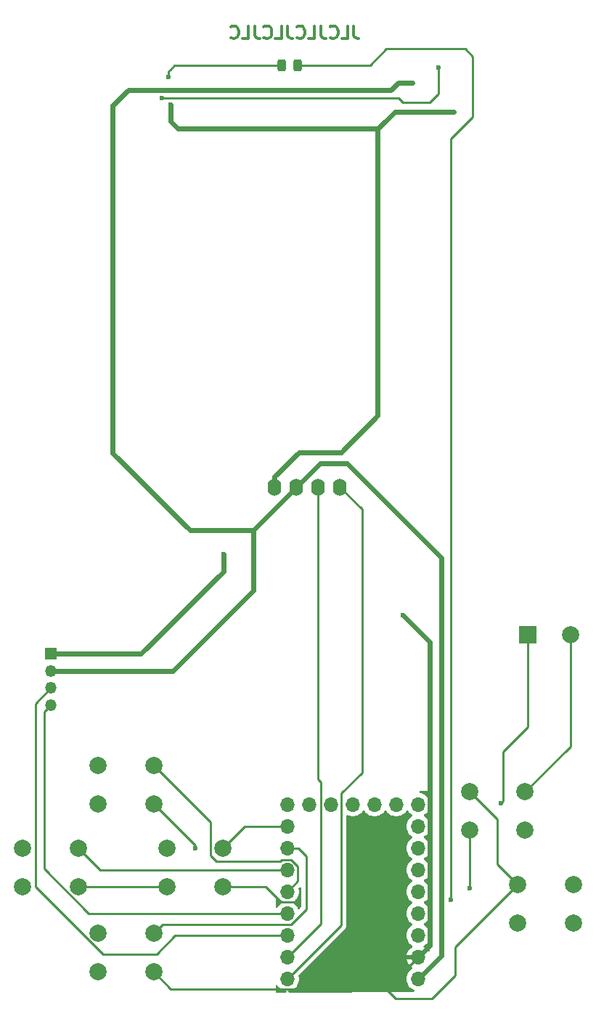
<source format=gbr>
G04 #@! TF.GenerationSoftware,KiCad,Pcbnew,8.0.5-8.0.5-0~ubuntu24.04.1*
G04 #@! TF.CreationDate,2024-09-29T10:35:15+09:00*
G04 #@! TF.ProjectId,gopher_bird_rp2040_sw,676f7068-6572-45f6-9269-72645f727032,rev?*
G04 #@! TF.SameCoordinates,Original*
G04 #@! TF.FileFunction,Copper,L2,Bot*
G04 #@! TF.FilePolarity,Positive*
%FSLAX46Y46*%
G04 Gerber Fmt 4.6, Leading zero omitted, Abs format (unit mm)*
G04 Created by KiCad (PCBNEW 8.0.5-8.0.5-0~ubuntu24.04.1) date 2024-09-29 10:35:15*
%MOMM*%
%LPD*%
G01*
G04 APERTURE LIST*
G04 Aperture macros list*
%AMRoundRect*
0 Rectangle with rounded corners*
0 $1 Rounding radius*
0 $2 $3 $4 $5 $6 $7 $8 $9 X,Y pos of 4 corners*
0 Add a 4 corners polygon primitive as box body*
4,1,4,$2,$3,$4,$5,$6,$7,$8,$9,$2,$3,0*
0 Add four circle primitives for the rounded corners*
1,1,$1+$1,$2,$3*
1,1,$1+$1,$4,$5*
1,1,$1+$1,$6,$7*
1,1,$1+$1,$8,$9*
0 Add four rect primitives between the rounded corners*
20,1,$1+$1,$2,$3,$4,$5,0*
20,1,$1+$1,$4,$5,$6,$7,0*
20,1,$1+$1,$6,$7,$8,$9,0*
20,1,$1+$1,$8,$9,$2,$3,0*%
G04 Aperture macros list end*
%ADD10C,0.300000*%
G04 #@! TA.AperFunction,NonConductor*
%ADD11C,0.300000*%
G04 #@! TD*
G04 #@! TA.AperFunction,ComponentPad*
%ADD12O,1.700000X1.700000*%
G04 #@! TD*
G04 #@! TA.AperFunction,ComponentPad*
%ADD13O,1.600000X2.000000*%
G04 #@! TD*
G04 #@! TA.AperFunction,ComponentPad*
%ADD14C,2.000000*%
G04 #@! TD*
G04 #@! TA.AperFunction,ComponentPad*
%ADD15R,1.350000X1.350000*%
G04 #@! TD*
G04 #@! TA.AperFunction,ComponentPad*
%ADD16O,1.350000X1.350000*%
G04 #@! TD*
G04 #@! TA.AperFunction,ComponentPad*
%ADD17R,2.000000X2.000000*%
G04 #@! TD*
G04 #@! TA.AperFunction,SMDPad,CuDef*
%ADD18RoundRect,0.243750X0.243750X0.456250X-0.243750X0.456250X-0.243750X-0.456250X0.243750X-0.456250X0*%
G04 #@! TD*
G04 #@! TA.AperFunction,ViaPad*
%ADD19C,0.600000*%
G04 #@! TD*
G04 #@! TA.AperFunction,Conductor*
%ADD20C,0.250000*%
G04 #@! TD*
G04 #@! TA.AperFunction,Conductor*
%ADD21C,0.600000*%
G04 #@! TD*
G04 APERTURE END LIST*
D10*
D11*
X118416917Y-64800828D02*
X118416917Y-65872257D01*
X118416917Y-65872257D02*
X118488346Y-66086542D01*
X118488346Y-66086542D02*
X118631203Y-66229400D01*
X118631203Y-66229400D02*
X118845489Y-66300828D01*
X118845489Y-66300828D02*
X118988346Y-66300828D01*
X116988346Y-66300828D02*
X117702632Y-66300828D01*
X117702632Y-66300828D02*
X117702632Y-64800828D01*
X115631203Y-66157971D02*
X115702631Y-66229400D01*
X115702631Y-66229400D02*
X115916917Y-66300828D01*
X115916917Y-66300828D02*
X116059774Y-66300828D01*
X116059774Y-66300828D02*
X116274060Y-66229400D01*
X116274060Y-66229400D02*
X116416917Y-66086542D01*
X116416917Y-66086542D02*
X116488346Y-65943685D01*
X116488346Y-65943685D02*
X116559774Y-65657971D01*
X116559774Y-65657971D02*
X116559774Y-65443685D01*
X116559774Y-65443685D02*
X116488346Y-65157971D01*
X116488346Y-65157971D02*
X116416917Y-65015114D01*
X116416917Y-65015114D02*
X116274060Y-64872257D01*
X116274060Y-64872257D02*
X116059774Y-64800828D01*
X116059774Y-64800828D02*
X115916917Y-64800828D01*
X115916917Y-64800828D02*
X115702631Y-64872257D01*
X115702631Y-64872257D02*
X115631203Y-64943685D01*
X114559774Y-64800828D02*
X114559774Y-65872257D01*
X114559774Y-65872257D02*
X114631203Y-66086542D01*
X114631203Y-66086542D02*
X114774060Y-66229400D01*
X114774060Y-66229400D02*
X114988346Y-66300828D01*
X114988346Y-66300828D02*
X115131203Y-66300828D01*
X113131203Y-66300828D02*
X113845489Y-66300828D01*
X113845489Y-66300828D02*
X113845489Y-64800828D01*
X111774060Y-66157971D02*
X111845488Y-66229400D01*
X111845488Y-66229400D02*
X112059774Y-66300828D01*
X112059774Y-66300828D02*
X112202631Y-66300828D01*
X112202631Y-66300828D02*
X112416917Y-66229400D01*
X112416917Y-66229400D02*
X112559774Y-66086542D01*
X112559774Y-66086542D02*
X112631203Y-65943685D01*
X112631203Y-65943685D02*
X112702631Y-65657971D01*
X112702631Y-65657971D02*
X112702631Y-65443685D01*
X112702631Y-65443685D02*
X112631203Y-65157971D01*
X112631203Y-65157971D02*
X112559774Y-65015114D01*
X112559774Y-65015114D02*
X112416917Y-64872257D01*
X112416917Y-64872257D02*
X112202631Y-64800828D01*
X112202631Y-64800828D02*
X112059774Y-64800828D01*
X112059774Y-64800828D02*
X111845488Y-64872257D01*
X111845488Y-64872257D02*
X111774060Y-64943685D01*
X110702631Y-64800828D02*
X110702631Y-65872257D01*
X110702631Y-65872257D02*
X110774060Y-66086542D01*
X110774060Y-66086542D02*
X110916917Y-66229400D01*
X110916917Y-66229400D02*
X111131203Y-66300828D01*
X111131203Y-66300828D02*
X111274060Y-66300828D01*
X109274060Y-66300828D02*
X109988346Y-66300828D01*
X109988346Y-66300828D02*
X109988346Y-64800828D01*
X107916917Y-66157971D02*
X107988345Y-66229400D01*
X107988345Y-66229400D02*
X108202631Y-66300828D01*
X108202631Y-66300828D02*
X108345488Y-66300828D01*
X108345488Y-66300828D02*
X108559774Y-66229400D01*
X108559774Y-66229400D02*
X108702631Y-66086542D01*
X108702631Y-66086542D02*
X108774060Y-65943685D01*
X108774060Y-65943685D02*
X108845488Y-65657971D01*
X108845488Y-65657971D02*
X108845488Y-65443685D01*
X108845488Y-65443685D02*
X108774060Y-65157971D01*
X108774060Y-65157971D02*
X108702631Y-65015114D01*
X108702631Y-65015114D02*
X108559774Y-64872257D01*
X108559774Y-64872257D02*
X108345488Y-64800828D01*
X108345488Y-64800828D02*
X108202631Y-64800828D01*
X108202631Y-64800828D02*
X107988345Y-64872257D01*
X107988345Y-64872257D02*
X107916917Y-64943685D01*
X106845488Y-64800828D02*
X106845488Y-65872257D01*
X106845488Y-65872257D02*
X106916917Y-66086542D01*
X106916917Y-66086542D02*
X107059774Y-66229400D01*
X107059774Y-66229400D02*
X107274060Y-66300828D01*
X107274060Y-66300828D02*
X107416917Y-66300828D01*
X105416917Y-66300828D02*
X106131203Y-66300828D01*
X106131203Y-66300828D02*
X106131203Y-64800828D01*
X104059774Y-66157971D02*
X104131202Y-66229400D01*
X104131202Y-66229400D02*
X104345488Y-66300828D01*
X104345488Y-66300828D02*
X104488345Y-66300828D01*
X104488345Y-66300828D02*
X104702631Y-66229400D01*
X104702631Y-66229400D02*
X104845488Y-66086542D01*
X104845488Y-66086542D02*
X104916917Y-65943685D01*
X104916917Y-65943685D02*
X104988345Y-65657971D01*
X104988345Y-65657971D02*
X104988345Y-65443685D01*
X104988345Y-65443685D02*
X104916917Y-65157971D01*
X104916917Y-65157971D02*
X104845488Y-65015114D01*
X104845488Y-65015114D02*
X104702631Y-64872257D01*
X104702631Y-64872257D02*
X104488345Y-64800828D01*
X104488345Y-64800828D02*
X104345488Y-64800828D01*
X104345488Y-64800828D02*
X104131202Y-64872257D01*
X104131202Y-64872257D02*
X104059774Y-64943685D01*
D12*
X110660000Y-175900000D03*
X110660000Y-173360000D03*
X110660000Y-170820000D03*
X110660000Y-168280000D03*
X110660000Y-165740000D03*
X110660000Y-163200000D03*
X110660000Y-160660000D03*
X110660000Y-158120000D03*
X110660000Y-155580000D03*
X113200000Y-155580000D03*
X115740000Y-155580000D03*
X118280000Y-155580000D03*
X120820000Y-155580000D03*
X123360000Y-155580000D03*
X125900000Y-155580000D03*
X125900000Y-158120000D03*
X125900000Y-160660000D03*
X125900000Y-163200000D03*
X125900000Y-165740000D03*
X125900000Y-168280000D03*
X125900000Y-170820000D03*
X125900000Y-173360000D03*
X125900000Y-175900000D03*
D13*
X109180000Y-118600000D03*
X111720000Y-118600000D03*
X114260000Y-118600000D03*
X116800000Y-118600000D03*
D14*
X131900000Y-154100000D03*
X138400000Y-154100000D03*
X131900000Y-158600000D03*
X138400000Y-158600000D03*
X79800000Y-160700000D03*
X86300000Y-160700000D03*
X79800000Y-165200000D03*
X86300000Y-165200000D03*
X88600000Y-170600000D03*
X95100000Y-170600000D03*
X88600000Y-175100000D03*
X95100000Y-175100000D03*
D15*
X83100000Y-138000000D03*
D16*
X83100000Y-140000000D03*
X83100000Y-142000000D03*
X83100000Y-144000000D03*
D14*
X88600000Y-151000000D03*
X95100000Y-151000000D03*
X88600000Y-155500000D03*
X95100000Y-155500000D03*
X96600000Y-160700000D03*
X103100000Y-160700000D03*
X96600000Y-165200000D03*
X103100000Y-165200000D03*
X137500000Y-164900000D03*
X144000000Y-164900000D03*
X137500000Y-169400000D03*
X144000000Y-169400000D03*
D17*
X138700000Y-135800000D03*
D14*
X143700000Y-135800000D03*
D18*
X111900000Y-69400000D03*
X110025000Y-69400000D03*
D19*
X103200000Y-126400000D03*
X111900000Y-166900000D03*
X124100000Y-133500000D03*
X130100000Y-74800000D03*
X97000000Y-74000000D03*
X99900000Y-160700000D03*
X125200000Y-71400000D03*
X93700000Y-72300000D03*
X96800000Y-70800000D03*
X128300000Y-69700000D03*
X96000000Y-73200000D03*
X135600000Y-155400000D03*
X129700000Y-166700000D03*
X131900000Y-165300000D03*
D20*
X135100000Y-162500000D02*
X137500000Y-164900000D01*
D21*
X97900000Y-76800000D02*
X97000000Y-75900000D01*
X121200000Y-76800000D02*
X97900000Y-76800000D01*
D20*
X138400000Y-154100000D02*
X143700000Y-148800000D01*
X137500000Y-164900000D02*
X130200000Y-172200000D01*
X130200000Y-172200000D02*
X130200000Y-175500000D01*
X110015000Y-166915000D02*
X111885000Y-166915000D01*
X108100000Y-165200000D02*
X109800000Y-166900000D01*
X110000000Y-166900000D02*
X110015000Y-166915000D01*
D21*
X123200000Y-74800000D02*
X130100000Y-74800000D01*
X116900000Y-114500000D02*
X112000000Y-114500000D01*
D20*
X135100000Y-157300000D02*
X135100000Y-162500000D01*
X86300000Y-165200000D02*
X94700000Y-165200000D01*
X122185000Y-177075000D02*
X125900000Y-173360000D01*
D21*
X97000000Y-75900000D02*
X97000000Y-74000000D01*
X112000000Y-114500000D02*
X109180000Y-117320000D01*
D20*
X130200000Y-175500000D02*
X127500000Y-178200000D01*
X103100000Y-165200000D02*
X108100000Y-165200000D01*
X111885000Y-166915000D02*
X111900000Y-166900000D01*
X127500000Y-178200000D02*
X123310000Y-178200000D01*
X94700000Y-165200000D02*
X96600000Y-165200000D01*
D21*
X109180000Y-117320000D02*
X109180000Y-118600000D01*
D20*
X97075000Y-177075000D02*
X122185000Y-177075000D01*
X95100000Y-155500000D02*
X99900000Y-160300000D01*
D21*
X127250000Y-136650000D02*
X127250000Y-172010000D01*
X103200000Y-126400000D02*
X103200000Y-128400000D01*
X103200000Y-128400000D02*
X93600000Y-138000000D01*
D20*
X109800000Y-166900000D02*
X110000000Y-166900000D01*
X95100000Y-175100000D02*
X97075000Y-177075000D01*
X123310000Y-178200000D02*
X122185000Y-177075000D01*
D21*
X122100000Y-75900000D02*
X123200000Y-74800000D01*
X121200000Y-81000000D02*
X121200000Y-76800000D01*
X121200000Y-76800000D02*
X122100000Y-75900000D01*
D20*
X131900000Y-154100000D02*
X135100000Y-157300000D01*
D21*
X127250000Y-172010000D02*
X125900000Y-173360000D01*
D20*
X143700000Y-148800000D02*
X143700000Y-135800000D01*
D21*
X121200000Y-110200000D02*
X116900000Y-114500000D01*
X121200000Y-81000000D02*
X121200000Y-110200000D01*
X124100000Y-133500000D02*
X127250000Y-136650000D01*
D20*
X99900000Y-160300000D02*
X99900000Y-160700000D01*
D21*
X93600000Y-138000000D02*
X83100000Y-138000000D01*
X90300000Y-74100000D02*
X92100000Y-72300000D01*
X111720000Y-118820000D02*
X111720000Y-118600000D01*
X128600000Y-173200000D02*
X125900000Y-175900000D01*
X90300000Y-114600000D02*
X99320000Y-123620000D01*
X92100000Y-72300000D02*
X93700000Y-72300000D01*
X122700000Y-72300000D02*
X123600000Y-71400000D01*
X90300000Y-81200000D02*
X90300000Y-74100000D01*
X93700000Y-72300000D02*
X122700000Y-72300000D01*
X106700000Y-123620000D02*
X111720000Y-118600000D01*
X106700000Y-130600000D02*
X97300000Y-140000000D01*
X90300000Y-114600000D02*
X90300000Y-81200000D01*
X111720000Y-118600000D02*
X114520000Y-115800000D01*
X123600000Y-71400000D02*
X125200000Y-71400000D01*
X97300000Y-140000000D02*
X83100000Y-140000000D01*
X117600000Y-115800000D02*
X128600000Y-126800000D01*
X99320000Y-123620000D02*
X106700000Y-123620000D01*
X106700000Y-123620000D02*
X106700000Y-130600000D01*
X128600000Y-126800000D02*
X128600000Y-173200000D01*
X114520000Y-115800000D02*
X117600000Y-115800000D01*
D20*
X97500000Y-69400000D02*
X97000000Y-69900000D01*
X97000000Y-69900000D02*
X96800000Y-70100000D01*
X97700000Y-69400000D02*
X97500000Y-69400000D01*
X110025000Y-69400000D02*
X97700000Y-69400000D01*
X96800000Y-70100000D02*
X96800000Y-70800000D01*
X128300000Y-72700000D02*
X128300000Y-69700000D01*
X96000000Y-73200000D02*
X123600000Y-73200000D01*
X123600000Y-73200000D02*
X124100000Y-73700000D01*
X127300000Y-73700000D02*
X127500000Y-73500000D01*
X124100000Y-73700000D02*
X127300000Y-73700000D01*
X127500000Y-73500000D02*
X128300000Y-72700000D01*
X116915000Y-169645000D02*
X110660000Y-175900000D01*
X116915000Y-154285001D02*
X116915000Y-169645000D01*
X119368346Y-121168346D02*
X119368346Y-151831655D01*
X119368346Y-151831655D02*
X116915000Y-154285001D01*
X116800000Y-118600000D02*
X119368346Y-121168346D01*
X114565000Y-153035000D02*
X114565000Y-169455000D01*
X114260000Y-149600000D02*
X114260000Y-149640000D01*
X114260000Y-152660000D02*
X114600000Y-153000000D01*
X110660000Y-173360000D02*
X114565000Y-169455000D01*
X114260000Y-118600000D02*
X114260000Y-149500000D01*
X114600000Y-153000000D02*
X114565000Y-153035000D01*
X114260000Y-149500000D02*
X114260000Y-149600000D01*
X114260000Y-149500000D02*
X114260000Y-152660000D01*
X81300000Y-165173833D02*
X89126167Y-173000000D01*
X95400000Y-173000000D02*
X97580000Y-170820000D01*
X81300000Y-143800000D02*
X81300000Y-165173833D01*
X83100000Y-142000000D02*
X81300000Y-143800000D01*
X89126167Y-173000000D02*
X95400000Y-173000000D01*
X97580000Y-170820000D02*
X110660000Y-170820000D01*
X82300000Y-163073833D02*
X82300000Y-144800000D01*
X87506167Y-168280000D02*
X110660000Y-168280000D01*
X82300000Y-144800000D02*
X83100000Y-144000000D01*
X82300000Y-163073833D02*
X87506167Y-168280000D01*
X135600000Y-155400000D02*
X135800000Y-155200000D01*
X135800000Y-155200000D02*
X135800000Y-149400000D01*
X138700000Y-146500000D02*
X138700000Y-135800000D01*
X135800000Y-149400000D02*
X138700000Y-146500000D01*
X132300000Y-75400000D02*
X132300000Y-68400000D01*
X122200000Y-67500000D02*
X120300000Y-69400000D01*
X132300000Y-68400000D02*
X131400000Y-67500000D01*
X120300000Y-69400000D02*
X111900000Y-69400000D01*
X129700000Y-78000000D02*
X132300000Y-75400000D01*
X131400000Y-67500000D02*
X122200000Y-67500000D01*
X129700000Y-166700000D02*
X129700000Y-78000000D01*
X111121701Y-162000000D02*
X111900000Y-162778299D01*
X101700000Y-161500000D02*
X102400000Y-162200000D01*
X102400000Y-162200000D02*
X109808299Y-162200000D01*
X110008299Y-162000000D02*
X111121701Y-162000000D01*
X95100000Y-151000000D02*
X101700000Y-157600000D01*
X111900000Y-164500000D02*
X110660000Y-165740000D01*
X109808299Y-162200000D02*
X110008299Y-162000000D01*
X101700000Y-157600000D02*
X101700000Y-161500000D01*
X111900000Y-162778299D02*
X111900000Y-164500000D01*
X88800000Y-163200000D02*
X86300000Y-160700000D01*
X110660000Y-163200000D02*
X88800000Y-163200000D01*
X111100000Y-169600000D02*
X112900000Y-167800000D01*
X96100000Y-169600000D02*
X111100000Y-169600000D01*
X112900000Y-161600000D02*
X111960000Y-160660000D01*
X95100000Y-170600000D02*
X96100000Y-169600000D01*
X111960000Y-160660000D02*
X110660000Y-160660000D01*
X112900000Y-167800000D02*
X112900000Y-161600000D01*
X110660000Y-158120000D02*
X105680000Y-158120000D01*
X105680000Y-158120000D02*
X103100000Y-160700000D01*
X131900000Y-165300000D02*
X131900000Y-158600000D01*
G04 #@! TA.AperFunction,Conductor*
G36*
X109505203Y-176624943D02*
G01*
X109527804Y-176650829D01*
X109584278Y-176737268D01*
X109584283Y-176737273D01*
X109584284Y-176737276D01*
X109736756Y-176902902D01*
X109736760Y-176902906D01*
X109914424Y-177041189D01*
X109914425Y-177041189D01*
X109914427Y-177041191D01*
X110041135Y-177109761D01*
X110112426Y-177148342D01*
X110218895Y-177184893D01*
X110325361Y-177221443D01*
X110325363Y-177221443D01*
X110325365Y-177221444D01*
X110466188Y-177244943D01*
X110479995Y-177247247D01*
X110542880Y-177277698D01*
X110579319Y-177337312D01*
X110577744Y-177407164D01*
X110538654Y-177465076D01*
X110474461Y-177492661D01*
X110460274Y-177493554D01*
X109424689Y-177499307D01*
X109357541Y-177479995D01*
X109311494Y-177427446D01*
X109300000Y-177375309D01*
X109300000Y-176718656D01*
X109319685Y-176651617D01*
X109372489Y-176605862D01*
X109441647Y-176595918D01*
X109505203Y-176624943D01*
G37*
G04 #@! TD.AperFunction*
G04 #@! TA.AperFunction,Conductor*
G36*
X124711905Y-156253515D02*
G01*
X124733804Y-156278787D01*
X124824278Y-156417268D01*
X124824283Y-156417273D01*
X124824284Y-156417276D01*
X124976756Y-156582902D01*
X124976760Y-156582906D01*
X125154424Y-156721189D01*
X125154429Y-156721191D01*
X125154431Y-156721193D01*
X125190930Y-156740946D01*
X125240520Y-156790165D01*
X125255628Y-156858382D01*
X125231457Y-156923937D01*
X125190930Y-156959054D01*
X125154431Y-156978806D01*
X125154422Y-156978812D01*
X124976761Y-157117092D01*
X124976756Y-157117097D01*
X124824284Y-157282723D01*
X124824276Y-157282734D01*
X124701140Y-157471207D01*
X124610703Y-157677385D01*
X124555436Y-157895628D01*
X124555434Y-157895640D01*
X124536844Y-158119994D01*
X124536844Y-158120005D01*
X124555434Y-158344359D01*
X124555436Y-158344371D01*
X124610703Y-158562614D01*
X124701140Y-158768792D01*
X124824276Y-158957265D01*
X124824284Y-158957276D01*
X124976756Y-159122902D01*
X124976760Y-159122906D01*
X125154424Y-159261189D01*
X125154429Y-159261191D01*
X125154431Y-159261193D01*
X125190930Y-159280946D01*
X125240520Y-159330165D01*
X125255628Y-159398382D01*
X125231457Y-159463937D01*
X125190930Y-159499054D01*
X125154431Y-159518806D01*
X125154422Y-159518812D01*
X124976761Y-159657092D01*
X124976756Y-159657097D01*
X124824284Y-159822723D01*
X124824276Y-159822734D01*
X124701140Y-160011207D01*
X124610703Y-160217385D01*
X124555436Y-160435628D01*
X124555434Y-160435640D01*
X124536844Y-160659994D01*
X124536844Y-160660005D01*
X124555434Y-160884359D01*
X124555436Y-160884371D01*
X124610703Y-161102614D01*
X124701140Y-161308792D01*
X124824276Y-161497265D01*
X124824284Y-161497276D01*
X124976756Y-161662902D01*
X124976760Y-161662906D01*
X125154424Y-161801189D01*
X125154429Y-161801191D01*
X125154431Y-161801193D01*
X125190930Y-161820946D01*
X125240520Y-161870165D01*
X125255628Y-161938382D01*
X125231457Y-162003937D01*
X125190930Y-162039054D01*
X125154431Y-162058806D01*
X125154422Y-162058812D01*
X124976761Y-162197092D01*
X124976756Y-162197097D01*
X124824284Y-162362723D01*
X124824276Y-162362734D01*
X124701140Y-162551207D01*
X124610703Y-162757385D01*
X124555436Y-162975628D01*
X124555434Y-162975640D01*
X124536844Y-163199994D01*
X124536844Y-163200005D01*
X124555434Y-163424359D01*
X124555436Y-163424371D01*
X124610703Y-163642614D01*
X124701140Y-163848792D01*
X124824276Y-164037265D01*
X124824284Y-164037276D01*
X124976756Y-164202902D01*
X124976760Y-164202906D01*
X125154424Y-164341189D01*
X125154429Y-164341191D01*
X125154431Y-164341193D01*
X125190930Y-164360946D01*
X125240520Y-164410165D01*
X125255628Y-164478382D01*
X125231457Y-164543937D01*
X125190930Y-164579054D01*
X125154431Y-164598806D01*
X125154422Y-164598812D01*
X124976761Y-164737092D01*
X124976756Y-164737097D01*
X124824284Y-164902723D01*
X124824276Y-164902734D01*
X124701140Y-165091207D01*
X124610703Y-165297385D01*
X124555436Y-165515628D01*
X124555434Y-165515640D01*
X124536844Y-165739994D01*
X124536844Y-165740005D01*
X124555434Y-165964359D01*
X124555436Y-165964371D01*
X124610703Y-166182614D01*
X124701140Y-166388792D01*
X124824276Y-166577265D01*
X124824284Y-166577276D01*
X124976756Y-166742902D01*
X124976760Y-166742906D01*
X125154424Y-166881189D01*
X125154429Y-166881191D01*
X125154431Y-166881193D01*
X125190930Y-166900946D01*
X125240520Y-166950165D01*
X125255628Y-167018382D01*
X125231457Y-167083937D01*
X125190930Y-167119054D01*
X125154431Y-167138806D01*
X125154422Y-167138812D01*
X124976761Y-167277092D01*
X124976756Y-167277097D01*
X124824284Y-167442723D01*
X124824276Y-167442734D01*
X124701140Y-167631207D01*
X124610703Y-167837385D01*
X124555436Y-168055628D01*
X124555434Y-168055640D01*
X124536844Y-168279994D01*
X124536844Y-168280005D01*
X124555434Y-168504359D01*
X124555436Y-168504371D01*
X124610703Y-168722614D01*
X124701140Y-168928792D01*
X124824276Y-169117265D01*
X124824284Y-169117276D01*
X124927056Y-169228914D01*
X124976760Y-169282906D01*
X125154424Y-169421189D01*
X125154429Y-169421191D01*
X125154431Y-169421193D01*
X125190930Y-169440946D01*
X125240520Y-169490165D01*
X125255628Y-169558382D01*
X125231457Y-169623937D01*
X125190930Y-169659054D01*
X125154431Y-169678806D01*
X125154422Y-169678812D01*
X124976761Y-169817092D01*
X124976756Y-169817097D01*
X124824284Y-169982723D01*
X124824276Y-169982734D01*
X124701140Y-170171207D01*
X124610703Y-170377385D01*
X124555436Y-170595628D01*
X124555434Y-170595640D01*
X124536844Y-170819994D01*
X124536844Y-170820005D01*
X124555434Y-171044359D01*
X124555436Y-171044371D01*
X124610703Y-171262614D01*
X124701140Y-171468792D01*
X124824276Y-171657265D01*
X124824284Y-171657276D01*
X124976756Y-171822902D01*
X124976760Y-171822906D01*
X125154424Y-171961189D01*
X125190932Y-171980946D01*
X125197695Y-171984606D01*
X125247286Y-172033825D01*
X125262394Y-172102042D01*
X125238224Y-172167597D01*
X125209802Y-172195236D01*
X125028922Y-172321890D01*
X125028920Y-172321891D01*
X124861891Y-172488920D01*
X124861886Y-172488926D01*
X124726400Y-172682420D01*
X124726399Y-172682422D01*
X124626570Y-172896507D01*
X124626567Y-172896513D01*
X124569364Y-173109999D01*
X124569364Y-173110000D01*
X125466988Y-173110000D01*
X125434075Y-173167007D01*
X125400000Y-173294174D01*
X125400000Y-173425826D01*
X125434075Y-173552993D01*
X125466988Y-173610000D01*
X124569364Y-173610000D01*
X124626567Y-173823486D01*
X124626570Y-173823492D01*
X124726399Y-174037578D01*
X124861894Y-174231082D01*
X125028917Y-174398105D01*
X125209802Y-174524763D01*
X125253427Y-174579340D01*
X125260619Y-174648839D01*
X125229097Y-174711193D01*
X125197697Y-174735392D01*
X125154427Y-174758809D01*
X125154422Y-174758812D01*
X124976761Y-174897092D01*
X124976756Y-174897097D01*
X124824284Y-175062723D01*
X124824276Y-175062734D01*
X124701140Y-175251207D01*
X124610703Y-175457385D01*
X124555436Y-175675628D01*
X124555434Y-175675640D01*
X124536844Y-175899994D01*
X124536844Y-175900005D01*
X124555434Y-176124359D01*
X124555436Y-176124371D01*
X124610703Y-176342614D01*
X124701140Y-176548792D01*
X124824276Y-176737265D01*
X124824284Y-176737276D01*
X124976756Y-176902902D01*
X124976760Y-176902906D01*
X125154424Y-177041189D01*
X125154425Y-177041189D01*
X125154427Y-177041191D01*
X125281135Y-177109761D01*
X125352426Y-177148342D01*
X125396504Y-177163474D01*
X125413821Y-177169419D01*
X125470837Y-177209804D01*
X125496968Y-177274603D01*
X125483917Y-177343243D01*
X125435828Y-177393931D01*
X125374248Y-177410698D01*
X110874907Y-177491250D01*
X110807759Y-177471938D01*
X110761712Y-177419389D01*
X110751384Y-177350287D01*
X110780055Y-177286571D01*
X110838623Y-177248471D01*
X110853800Y-177244944D01*
X110994635Y-177221444D01*
X111207574Y-177148342D01*
X111405576Y-177041189D01*
X111583240Y-176902906D01*
X111735722Y-176737268D01*
X111858860Y-176548791D01*
X111949296Y-176342616D01*
X112004564Y-176124368D01*
X112023156Y-175900000D01*
X112004564Y-175675632D01*
X111976538Y-175564960D01*
X111979163Y-175495140D01*
X112009061Y-175446841D01*
X117407071Y-170048833D01*
X117476400Y-169945075D01*
X117524155Y-169829785D01*
X117548500Y-169707394D01*
X117548500Y-169582606D01*
X117548500Y-156936905D01*
X117568185Y-156869866D01*
X117620989Y-156824111D01*
X117690147Y-156814167D01*
X117727606Y-156826557D01*
X117727728Y-156826281D01*
X117730664Y-156827569D01*
X117731521Y-156827852D01*
X117732426Y-156828342D01*
X117945365Y-156901444D01*
X118167431Y-156938500D01*
X118392569Y-156938500D01*
X118614635Y-156901444D01*
X118827574Y-156828342D01*
X119025576Y-156721189D01*
X119203240Y-156582906D01*
X119355722Y-156417268D01*
X119446193Y-156278790D01*
X119499338Y-156233437D01*
X119568569Y-156224013D01*
X119631905Y-156253515D01*
X119653804Y-156278787D01*
X119744278Y-156417268D01*
X119744283Y-156417273D01*
X119744284Y-156417276D01*
X119896756Y-156582902D01*
X119896760Y-156582906D01*
X120074424Y-156721189D01*
X120074425Y-156721189D01*
X120074427Y-156721191D01*
X120175824Y-156776064D01*
X120272426Y-156828342D01*
X120485365Y-156901444D01*
X120707431Y-156938500D01*
X120932569Y-156938500D01*
X121154635Y-156901444D01*
X121367574Y-156828342D01*
X121565576Y-156721189D01*
X121743240Y-156582906D01*
X121895722Y-156417268D01*
X121986193Y-156278790D01*
X122039338Y-156233437D01*
X122108569Y-156224013D01*
X122171905Y-156253515D01*
X122193804Y-156278787D01*
X122284278Y-156417268D01*
X122284283Y-156417273D01*
X122284284Y-156417276D01*
X122436756Y-156582902D01*
X122436760Y-156582906D01*
X122614424Y-156721189D01*
X122614425Y-156721189D01*
X122614427Y-156721191D01*
X122715824Y-156776064D01*
X122812426Y-156828342D01*
X123025365Y-156901444D01*
X123247431Y-156938500D01*
X123472569Y-156938500D01*
X123694635Y-156901444D01*
X123907574Y-156828342D01*
X124105576Y-156721189D01*
X124283240Y-156582906D01*
X124435722Y-156417268D01*
X124526193Y-156278790D01*
X124579338Y-156233437D01*
X124648569Y-156224013D01*
X124711905Y-156253515D01*
G37*
G04 #@! TD.AperFunction*
G04 #@! TA.AperFunction,Conductor*
G36*
X127257905Y-171484332D02*
G01*
X127295236Y-171543393D01*
X127300000Y-171577432D01*
X127300000Y-172612476D01*
X127280315Y-172679515D01*
X127227511Y-172725270D01*
X127158353Y-172735214D01*
X127094797Y-172706189D01*
X127074425Y-172683600D01*
X126938109Y-172488922D01*
X126938108Y-172488920D01*
X126771082Y-172321894D01*
X126590197Y-172195236D01*
X126546572Y-172140659D01*
X126539380Y-172071160D01*
X126570902Y-172008806D01*
X126602300Y-171984608D01*
X126645576Y-171961189D01*
X126823240Y-171822906D01*
X126975722Y-171657268D01*
X127072192Y-171509608D01*
X127125338Y-171464254D01*
X127194569Y-171454830D01*
X127257905Y-171484332D01*
G37*
G04 #@! TD.AperFunction*
G04 #@! TA.AperFunction,Conductor*
G36*
X127257905Y-168944332D02*
G01*
X127295236Y-169003393D01*
X127300000Y-169037432D01*
X127300000Y-170062567D01*
X127280315Y-170129606D01*
X127227511Y-170175361D01*
X127158353Y-170185305D01*
X127094797Y-170156280D01*
X127072192Y-170130389D01*
X126989508Y-170003833D01*
X126975722Y-169982732D01*
X126975719Y-169982729D01*
X126975715Y-169982723D01*
X126823243Y-169817097D01*
X126823238Y-169817092D01*
X126645577Y-169678812D01*
X126645578Y-169678812D01*
X126645576Y-169678811D01*
X126609070Y-169659055D01*
X126559479Y-169609836D01*
X126544371Y-169541619D01*
X126568541Y-169476064D01*
X126609070Y-169440945D01*
X126609084Y-169440936D01*
X126645576Y-169421189D01*
X126823240Y-169282906D01*
X126922614Y-169174957D01*
X126975715Y-169117276D01*
X126975715Y-169117275D01*
X126975722Y-169117268D01*
X127072192Y-168969608D01*
X127125338Y-168924254D01*
X127194569Y-168914830D01*
X127257905Y-168944332D01*
G37*
G04 #@! TD.AperFunction*
G04 #@! TA.AperFunction,Conductor*
G36*
X112185834Y-165212583D02*
G01*
X112241767Y-165254455D01*
X112266184Y-165319919D01*
X112266500Y-165328765D01*
X112266500Y-165678682D01*
X112247125Y-165744661D01*
X112263956Y-165776327D01*
X112266500Y-165801317D01*
X112266500Y-167486233D01*
X112246815Y-167553272D01*
X112230181Y-167573915D01*
X112082939Y-167721156D01*
X112021616Y-167754640D01*
X111951924Y-167749656D01*
X111895991Y-167707784D01*
X111881702Y-167683283D01*
X111858860Y-167631209D01*
X111827981Y-167583945D01*
X111735722Y-167442732D01*
X111735719Y-167442729D01*
X111735715Y-167442723D01*
X111583243Y-167277097D01*
X111583238Y-167277092D01*
X111405577Y-167138812D01*
X111405578Y-167138812D01*
X111405576Y-167138811D01*
X111369070Y-167119055D01*
X111319479Y-167069836D01*
X111304371Y-167001619D01*
X111328541Y-166936064D01*
X111369070Y-166900945D01*
X111369084Y-166900936D01*
X111405576Y-166881189D01*
X111583240Y-166742906D01*
X111735722Y-166577268D01*
X111858860Y-166388791D01*
X111949296Y-166182616D01*
X112004564Y-165964368D01*
X112018924Y-165791077D01*
X112039325Y-165738206D01*
X112023523Y-165713617D01*
X112018924Y-165688922D01*
X112004565Y-165515640D01*
X112004564Y-165515637D01*
X112004564Y-165515632D01*
X111976538Y-165404960D01*
X111979163Y-165335141D01*
X112009063Y-165286840D01*
X112054819Y-165241084D01*
X112116142Y-165207599D01*
X112185834Y-165212583D01*
G37*
G04 #@! TD.AperFunction*
G04 #@! TA.AperFunction,Conductor*
G36*
X127257905Y-166404332D02*
G01*
X127295236Y-166463393D01*
X127300000Y-166497432D01*
X127300000Y-167522567D01*
X127280315Y-167589606D01*
X127227511Y-167635361D01*
X127158353Y-167645305D01*
X127094797Y-167616280D01*
X127072192Y-167590389D01*
X126975723Y-167442734D01*
X126975715Y-167442723D01*
X126823243Y-167277097D01*
X126823238Y-167277092D01*
X126645577Y-167138812D01*
X126645578Y-167138812D01*
X126645576Y-167138811D01*
X126609070Y-167119055D01*
X126559479Y-167069836D01*
X126544371Y-167001619D01*
X126568541Y-166936064D01*
X126609070Y-166900945D01*
X126609084Y-166900936D01*
X126645576Y-166881189D01*
X126823240Y-166742906D01*
X126975722Y-166577268D01*
X127072192Y-166429608D01*
X127125338Y-166384254D01*
X127194569Y-166374830D01*
X127257905Y-166404332D01*
G37*
G04 #@! TD.AperFunction*
G04 #@! TA.AperFunction,Conductor*
G36*
X109505203Y-166464943D02*
G01*
X109527804Y-166490829D01*
X109584278Y-166577268D01*
X109584283Y-166577273D01*
X109584284Y-166577276D01*
X109736756Y-166742902D01*
X109736760Y-166742906D01*
X109914424Y-166881189D01*
X109914429Y-166881191D01*
X109914431Y-166881193D01*
X109950930Y-166900946D01*
X110000520Y-166950165D01*
X110015628Y-167018382D01*
X109991457Y-167083937D01*
X109950930Y-167119054D01*
X109914431Y-167138806D01*
X109914422Y-167138812D01*
X109736761Y-167277092D01*
X109736756Y-167277097D01*
X109584284Y-167442723D01*
X109584276Y-167442734D01*
X109527808Y-167529165D01*
X109474662Y-167574522D01*
X109405430Y-167583945D01*
X109342095Y-167554443D01*
X109304763Y-167495382D01*
X109300000Y-167461343D01*
X109300000Y-166558656D01*
X109319685Y-166491617D01*
X109372489Y-166445862D01*
X109441647Y-166435918D01*
X109505203Y-166464943D01*
G37*
G04 #@! TD.AperFunction*
G04 #@! TA.AperFunction,Conductor*
G36*
X127257905Y-163864332D02*
G01*
X127295236Y-163923393D01*
X127300000Y-163957432D01*
X127300000Y-164982567D01*
X127280315Y-165049606D01*
X127227511Y-165095361D01*
X127158353Y-165105305D01*
X127094797Y-165076280D01*
X127072192Y-165050389D01*
X126975723Y-164902734D01*
X126975715Y-164902723D01*
X126823243Y-164737097D01*
X126823238Y-164737092D01*
X126645577Y-164598812D01*
X126645578Y-164598812D01*
X126645576Y-164598811D01*
X126609070Y-164579055D01*
X126559479Y-164529836D01*
X126544371Y-164461619D01*
X126568541Y-164396064D01*
X126609070Y-164360945D01*
X126609084Y-164360936D01*
X126645576Y-164341189D01*
X126823240Y-164202906D01*
X126975722Y-164037268D01*
X127072192Y-163889608D01*
X127125338Y-163844254D01*
X127194569Y-163834830D01*
X127257905Y-163864332D01*
G37*
G04 #@! TD.AperFunction*
G04 #@! TA.AperFunction,Conductor*
G36*
X127257905Y-161324332D02*
G01*
X127295236Y-161383393D01*
X127300000Y-161417432D01*
X127300000Y-162442567D01*
X127280315Y-162509606D01*
X127227511Y-162555361D01*
X127158353Y-162565305D01*
X127094797Y-162536280D01*
X127072192Y-162510389D01*
X126975723Y-162362734D01*
X126975715Y-162362723D01*
X126823243Y-162197097D01*
X126823238Y-162197092D01*
X126645577Y-162058812D01*
X126645578Y-162058812D01*
X126645576Y-162058811D01*
X126609070Y-162039055D01*
X126559479Y-161989836D01*
X126544371Y-161921619D01*
X126568541Y-161856064D01*
X126609070Y-161820945D01*
X126609084Y-161820936D01*
X126645576Y-161801189D01*
X126823240Y-161662906D01*
X126975722Y-161497268D01*
X127072192Y-161349608D01*
X127125338Y-161304254D01*
X127194569Y-161294830D01*
X127257905Y-161324332D01*
G37*
G04 #@! TD.AperFunction*
G04 #@! TA.AperFunction,Conductor*
G36*
X127257905Y-158784332D02*
G01*
X127295236Y-158843393D01*
X127300000Y-158877432D01*
X127300000Y-159902567D01*
X127280315Y-159969606D01*
X127227511Y-160015361D01*
X127158353Y-160025305D01*
X127094797Y-159996280D01*
X127072192Y-159970389D01*
X126975723Y-159822734D01*
X126975715Y-159822723D01*
X126823243Y-159657097D01*
X126823238Y-159657092D01*
X126645577Y-159518812D01*
X126645578Y-159518812D01*
X126645576Y-159518811D01*
X126609070Y-159499055D01*
X126559479Y-159449836D01*
X126544371Y-159381619D01*
X126568541Y-159316064D01*
X126609070Y-159280945D01*
X126609084Y-159280936D01*
X126645576Y-159261189D01*
X126823240Y-159122906D01*
X126975722Y-158957268D01*
X127072192Y-158809608D01*
X127125338Y-158764254D01*
X127194569Y-158754830D01*
X127257905Y-158784332D01*
G37*
G04 #@! TD.AperFunction*
G04 #@! TA.AperFunction,Conductor*
G36*
X127257905Y-156244332D02*
G01*
X127295236Y-156303393D01*
X127300000Y-156337432D01*
X127300000Y-157362567D01*
X127280315Y-157429606D01*
X127227511Y-157475361D01*
X127158353Y-157485305D01*
X127094797Y-157456280D01*
X127072192Y-157430389D01*
X126975723Y-157282734D01*
X126975715Y-157282723D01*
X126823243Y-157117097D01*
X126823238Y-157117092D01*
X126645577Y-156978812D01*
X126645578Y-156978812D01*
X126645576Y-156978811D01*
X126609070Y-156959055D01*
X126559479Y-156909836D01*
X126544371Y-156841619D01*
X126568541Y-156776064D01*
X126609070Y-156740945D01*
X126609084Y-156740936D01*
X126645576Y-156721189D01*
X126823240Y-156582906D01*
X126975722Y-156417268D01*
X127072192Y-156269608D01*
X127125338Y-156224254D01*
X127194569Y-156214830D01*
X127257905Y-156244332D01*
G37*
G04 #@! TD.AperFunction*
G04 #@! TA.AperFunction,Conductor*
G36*
X127243039Y-154019685D02*
G01*
X127288794Y-154072489D01*
X127300000Y-154124000D01*
X127300000Y-154822567D01*
X127280315Y-154889606D01*
X127227511Y-154935361D01*
X127158353Y-154945305D01*
X127094797Y-154916280D01*
X127072192Y-154890389D01*
X126975723Y-154742734D01*
X126975715Y-154742723D01*
X126823243Y-154577097D01*
X126823238Y-154577092D01*
X126645577Y-154438812D01*
X126645572Y-154438808D01*
X126447580Y-154331661D01*
X126447577Y-154331659D01*
X126447574Y-154331658D01*
X126447571Y-154331657D01*
X126447569Y-154331656D01*
X126234637Y-154258556D01*
X126161243Y-154246309D01*
X126098357Y-154215859D01*
X126061918Y-154156244D01*
X126063493Y-154086392D01*
X126102583Y-154028480D01*
X126166776Y-154000896D01*
X126181652Y-154000000D01*
X127176000Y-154000000D01*
X127243039Y-154019685D01*
G37*
G04 #@! TD.AperFunction*
M02*

</source>
